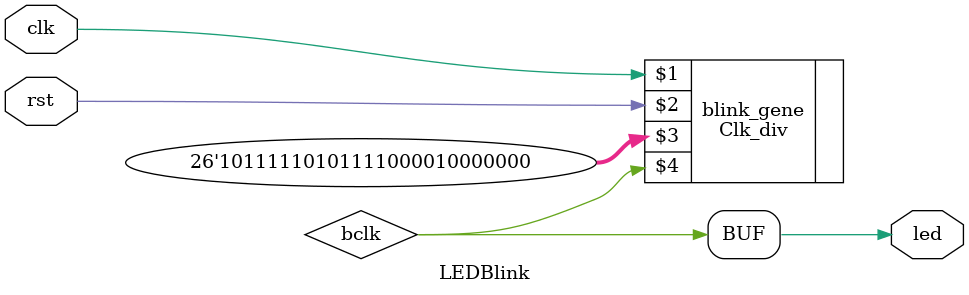
<source format=v>



module LEDBlink (
  input clk,    // Clock (50MHz)
  input rst,    // Asynchronous Reset active low
  output led    // LED
);

  wire  bclk;


  Clk_div blink_gene (clk, rst, 26'd50000000, bclk);     // 1Hzのクロックを生成

  assign  led = bclk;


endmodule
</source>
